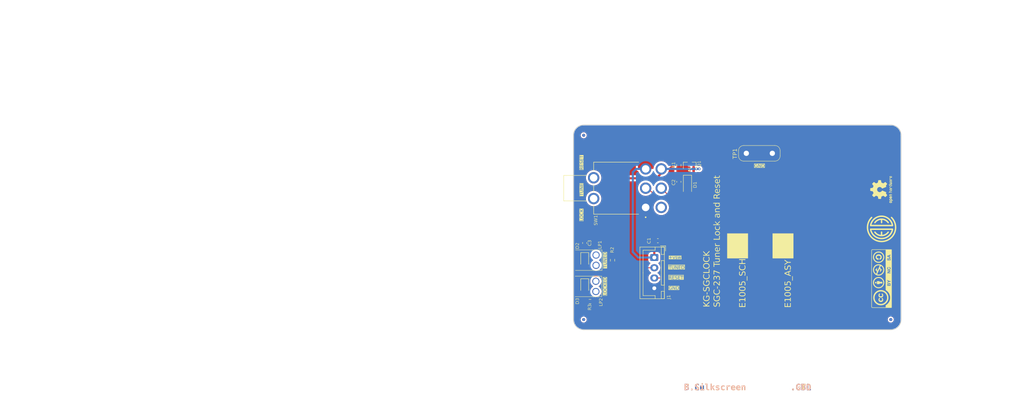
<source format=kicad_pcb>
(kicad_pcb
	(version 20241229)
	(generator "pcbnew")
	(generator_version "9.0")
	(general
		(thickness 1.6)
		(legacy_teardrops no)
	)
	(paper "USLegal")
	(layers
		(0 "F.Cu" signal)
		(2 "B.Cu" signal)
		(9 "F.Adhes" user "F.Adhesive")
		(11 "B.Adhes" user "B.Adhesive")
		(13 "F.Paste" user)
		(15 "B.Paste" user)
		(5 "F.SilkS" user "F.Silkscreen")
		(7 "B.SilkS" user "B.Silkscreen")
		(1 "F.Mask" user)
		(3 "B.Mask" user)
		(17 "Dwgs.User" user "User.Drawings")
		(19 "Cmts.User" user "User.Comments")
		(21 "Eco1.User" user "User.Eco1")
		(23 "Eco2.User" user "User.Eco2")
		(25 "Edge.Cuts" user "Board.Outline")
		(27 "Margin" user)
		(31 "F.CrtYd" user "F.Courtyard")
		(29 "B.CrtYd" user "B.Courtyard")
		(35 "F.Fab" user "F.Assembly")
		(33 "B.Fab" user "B.Assembly")
		(39 "User.1" user "Gerber.Title.Block")
		(41 "User.2" user "F.FabNotes")
		(43 "User.3" user "F.FabNotes2")
		(45 "User.4" user "B.FabNotes")
		(47 "User.5" user "B.FabNotes2")
		(49 "User.6" user)
		(51 "User.7" user)
		(53 "User.8" user)
		(55 "User.9" user)
	)
	(setup
		(stackup
			(layer "F.SilkS"
				(type "Top Silk Screen")
			)
			(layer "F.Paste"
				(type "Top Solder Paste")
			)
			(layer "F.Mask"
				(type "Top Solder Mask")
				(thickness 0.01)
			)
			(layer "F.Cu"
				(type "copper")
				(thickness 0.035)
			)
			(layer "dielectric 1"
				(type "core")
				(thickness 1.51)
				(material "FR4")
				(epsilon_r 4.5)
				(loss_tangent 0.02)
			)
			(layer "B.Cu"
				(type "copper")
				(thickness 0.035)
			)
			(layer "B.Mask"
				(type "Bottom Solder Mask")
				(thickness 0.01)
			)
			(layer "B.Paste"
				(type "Bottom Solder Paste")
			)
			(layer "B.SilkS"
				(type "Bottom Silk Screen")
			)
			(copper_finish "ENIG")
			(dielectric_constraints no)
		)
		(pad_to_mask_clearance 0)
		(allow_soldermask_bridges_in_footprints no)
		(tenting front back)
		(aux_axis_origin 170 100)
		(grid_origin 170 100)
		(pcbplotparams
			(layerselection 0x00000000_00000000_55555555_5755f5ff)
			(plot_on_all_layers_selection 0x00000000_00000000_00000080_02000000)
			(disableapertmacros no)
			(usegerberextensions yes)
			(usegerberattributes yes)
			(usegerberadvancedattributes yes)
			(creategerberjobfile yes)
			(dashed_line_dash_ratio 12.000000)
			(dashed_line_gap_ratio 3.000000)
			(svgprecision 4)
			(plotframeref no)
			(mode 1)
			(useauxorigin yes)
			(hpglpennumber 1)
			(hpglpenspeed 20)
			(hpglpendiameter 15.000000)
			(pdf_front_fp_property_popups yes)
			(pdf_back_fp_property_popups yes)
			(pdf_metadata yes)
			(pdf_single_document no)
			(dxfpolygonmode yes)
			(dxfimperialunits yes)
			(dxfusepcbnewfont yes)
			(psnegative no)
			(psa4output no)
			(plot_black_and_white yes)
			(sketchpadsonfab no)
			(plotpadnumbers no)
			(hidednponfab no)
			(sketchdnponfab yes)
			(crossoutdnponfab yes)
			(subtractmaskfromsilk no)
			(outputformat 1)
			(mirror no)
			(drillshape 0)
			(scaleselection 1)
			(outputdirectory "2_Fabrication/artwork/")
		)
	)
	(property "art_checked_date" "<art checked date>")
	(property "art_checker" "D. CLARK")
	(property "art_eng" "D. CLARK")
	(property "art_eng_date" "13.DEC.25")
	(property "art_prj_eng_date" "13.DEC.25")
	(property "art_rev" "X1")
	(property "base_pn" "E1005")
	(property "pcb_checked_date" "<pcb checked date>")
	(property "pcb_checker" "D. CLARK")
	(property "pcb_eng" "D. CLARK")
	(property "pcb_eng_date" "13.DEC.25")
	(property "pcb_prj_eng_date" "13.DEC.25")
	(property "pcb_rev" "X1")
	(property "pcba_checked_date" "<pcba checked date>")
	(property "pcba_checker" "D. CLARK")
	(property "pcba_eng" "D. CLARK")
	(property "pcba_eng_date" "13.DEC.25")
	(property "pcba_name" "SGC-237 Tuner Lock and Reset")
	(property "pcba_prj_eng_date" "13.DEC.25")
	(property "pcba_rev" "X1")
	(property "prj_eng" "D. CLARK")
	(property "prj_license" "CC BY-NC-SA")
	(property "prj_name" "KG-SGCLOCK")
	(property "sch_checked_date" "<sch checked date>")
	(property "sch_checker" "D. CLARK")
	(property "sch_eng" "D. CLARK")
	(property "sch_eng_date" "13.DEC.25")
	(property "sch_prj_eng_date" "13.DEC.25")
	(property "sch_rev" "X1")
	(net 0 "")
	(net 1 "+VSW")
	(net 2 "GND")
	(net 3 "/Schematic Top Sheet/Vb")
	(net 4 "/Schematic Top Sheet/~{TUNED}")
	(net 5 "/Schematic Top Sheet/D2_A")
	(net 6 "/Schematic Top Sheet/D3_A")
	(net 7 "/Schematic Top Sheet/Ve")
	(net 8 "/Schematic Top Sheet/LOCKED")
	(net 9 "/Schematic Top Sheet/~{RESET}")
	(net 10 "unconnected-(SW1-A-Pad4)")
	(footprint "DDCEE:footprint_ddcee_5x5" (layer "F.Cu") (at 245.25 75 90))
	(footprint "DDCEE:C_0603_1608Metric_Pad1.08x0.95mm_HandSolder" (layer "F.Cu") (at 190.6125 78.25))
	(footprint "DDCEE:R_0603_1608Metric_Pad0.98x0.95mm_HandSolder" (layer "F.Cu") (at 179.55 83 -90))
	(footprint "DDCEE:R_0603_1608Metric_Pad0.98x0.95mm_HandSolder" (layer "F.Cu") (at 174.05 93.1 180))
	(footprint "DDCEE:R_0603_1608Metric_Pad0.98x0.95mm_HandSolder" (layer "F.Cu") (at 195.75 59.85 -90))
	(footprint "DDCEE:LP_SLP3-200-R" (layer "F.Cu") (at 165.225 83 90))
	(footprint "DDCEE:LED_0805_2012Metric_Pad1.15x1.40mm_HandSolder" (layer "F.Cu") (at 172.75 89.4 -90))
	(footprint "DDCEE:footprint_CC-BY-SA-NC" (layer "F.Cu") (at 245.25 87.5 90))
	(footprint "DDCEE:SW_7207MD9ABE" (layer "F.Cu") (at 189.54125 65.4125 90))
	(footprint "DDCEE:TP_2P_Keystone_1430-2" (layer "F.Cu") (at 215.4 56.9))
	(footprint "DDCEE:Fiducial_0.75mm_Mask1.5mm" (layer "F.Cu") (at 172.5 52.5))
	(footprint "DDCEE:Fiducial_0.75mm_Mask1.5mm" (layer "F.Cu") (at 247.5 97.5))
	(footprint "DDCEE:LED_0805_2012Metric_Pad1.15x1.40mm_HandSolder" (layer "F.Cu") (at 172.75 83 -90))
	(footprint "DDCEE:C_0603_1608Metric_Pad1.08x0.95mm_HandSolder" (layer "F.Cu") (at 195.75 63.85 -90))
	(footprint "DDCEE:Fiducial_0.75mm_Mask1.5mm" (layer "F.Cu") (at 172.5 97.5))
	(footprint "DDCEE:C_0603_1608Metric_Pad1.08x0.95mm_HandSolder" (layer "F.Cu") (at 172.75 78.8 90))
	(footprint "DDCEE:JST_XH_B4B-XH-A_1x04_P2.50mm_Vertical" (layer "F.Cu") (at 189.75 86.1 -90))
	(footprint "DDCEE:LP_SLP3-200-R"
		(layer "F.Cu")
		(uuid "d057c693-c7ea-4c02-942f-888c1d1ed36d")
		(at 165.175 89.4 90)
		(property "Reference" "LP2"
			(at -3.85 11.575 90)
			(unlocked yes)
			(layer "F.SilkS")
			(uuid "e9545f4d-be81-4b8a-bd2c-9260c47578ca")
			(effects
				(font
					(face "Liberation Sans")
					(size 0.8 0.8)
					(thickness 0.1)
				)
			)
			(render_cache "LP2" 90
				(polygon
					(pts
						(xy 177.082 94.153502) (xy 176.312928 94.153502) (xy 176.312928 94.049162) (xy 176.996759 94.04916
... [1322467 chars truncated]
</source>
